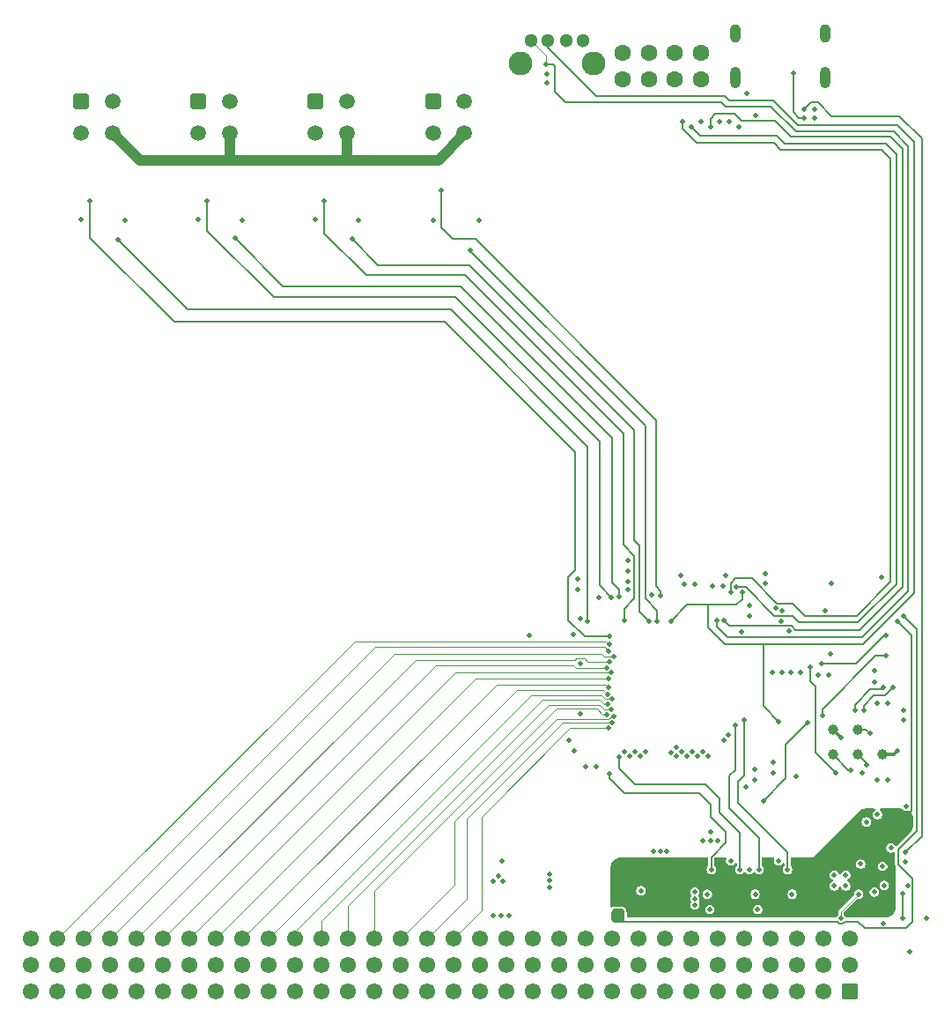
<source format=gbr>
%TF.GenerationSoftware,KiCad,Pcbnew,9.0.2-9.0.2-0~ubuntu24.04.1*%
%TF.CreationDate,2025-06-19T16:39:33+00:00*%
%TF.ProjectId,base-module,62617365-2d6d-46f6-9475-6c652e6b6963,1.1.1*%
%TF.SameCoordinates,Original*%
%TF.FileFunction,Copper,L4,Bot*%
%TF.FilePolarity,Positive*%
%FSLAX46Y46*%
G04 Gerber Fmt 4.6, Leading zero omitted, Abs format (unit mm)*
G04 Created by KiCad (PCBNEW 9.0.2-9.0.2-0~ubuntu24.04.1) date 2025-06-19 16:39:33*
%MOMM*%
%LPD*%
G01*
G04 APERTURE LIST*
G04 Aperture macros list*
%AMRoundRect*
0 Rectangle with rounded corners*
0 $1 Rounding radius*
0 $2 $3 $4 $5 $6 $7 $8 $9 X,Y pos of 4 corners*
0 Add a 4 corners polygon primitive as box body*
4,1,4,$2,$3,$4,$5,$6,$7,$8,$9,$2,$3,0*
0 Add four circle primitives for the rounded corners*
1,1,$1+$1,$2,$3*
1,1,$1+$1,$4,$5*
1,1,$1+$1,$6,$7*
1,1,$1+$1,$8,$9*
0 Add four rect primitives between the rounded corners*
20,1,$1+$1,$2,$3,$4,$5,0*
20,1,$1+$1,$4,$5,$6,$7,0*
20,1,$1+$1,$6,$7,$8,$9,0*
20,1,$1+$1,$8,$9,$2,$3,0*%
G04 Aperture macros list end*
%TA.AperFunction,ComponentPad*%
%ADD10RoundRect,0.250001X-0.499999X-0.499999X0.499999X-0.499999X0.499999X0.499999X-0.499999X0.499999X0*%
%TD*%
%TA.AperFunction,ComponentPad*%
%ADD11C,1.500000*%
%TD*%
%TA.AperFunction,ComponentPad*%
%ADD12C,1.600000*%
%TD*%
%TA.AperFunction,ComponentPad*%
%ADD13C,1.300000*%
%TD*%
%TA.AperFunction,ComponentPad*%
%ADD14C,2.286000*%
%TD*%
%TA.AperFunction,ComponentPad*%
%ADD15O,1.000000X2.100000*%
%TD*%
%TA.AperFunction,ComponentPad*%
%ADD16O,1.000000X1.800000*%
%TD*%
%TA.AperFunction,ComponentPad*%
%ADD17RoundRect,0.249999X0.525001X0.525001X-0.525001X0.525001X-0.525001X-0.525001X0.525001X-0.525001X0*%
%TD*%
%TA.AperFunction,ComponentPad*%
%ADD18C,1.550000*%
%TD*%
%TA.AperFunction,SMDPad,CuDef*%
%ADD19C,1.000000*%
%TD*%
%TA.AperFunction,ViaPad*%
%ADD20C,0.500000*%
%TD*%
%TA.AperFunction,Conductor*%
%ADD21C,0.300000*%
%TD*%
%TA.AperFunction,Conductor*%
%ADD22C,1.000000*%
%TD*%
%TA.AperFunction,Conductor*%
%ADD23C,0.150000*%
%TD*%
%TA.AperFunction,Conductor*%
%ADD24C,0.100000*%
%TD*%
G04 APERTURE END LIST*
D10*
%TO.P,J8,1,Pin_1*%
%TO.N,+12V_GPIO*%
X88670000Y-60470001D03*
D11*
%TO.P,J8,2,Pin_2*%
%TO.N,/GPIO connector 3/MOSFET power stage/output*%
X91670000Y-60470001D03*
%TO.P,J8,3,Pin_3*%
%TO.N,Net-(J8-Pin_3)*%
X88670000Y-63470001D03*
%TO.P,J8,4,Pin_4*%
%TO.N,+5V*%
X91670000Y-63470001D03*
%TD*%
D10*
%TO.P,J11,1,Pin_1*%
%TO.N,+12V_GPIO*%
X54870000Y-60470001D03*
D11*
%TO.P,J11,2,Pin_2*%
%TO.N,/GPIO connector 2/MOSFET power stage/output*%
X57870000Y-60470001D03*
%TO.P,J11,3,Pin_3*%
%TO.N,Net-(J11-Pin_3)*%
X54870000Y-63470001D03*
%TO.P,J11,4,Pin_4*%
%TO.N,+5V*%
X57870000Y-63470001D03*
%TD*%
D12*
%TO.P,LED300,1*%
%TO.N,Net-(LED300-Pad1)*%
X106863600Y-55785000D03*
%TO.P,LED300,2*%
%TO.N,GND*%
X109403600Y-55785000D03*
%TO.P,LED300,3*%
%TO.N,Net-(LED300-Pad3)*%
X106863600Y-58325000D03*
%TO.P,LED300,4*%
%TO.N,GND*%
X109403600Y-58325000D03*
%TD*%
D10*
%TO.P,J9,1,Pin_1*%
%TO.N,+12V_GPIO*%
X77370000Y-60470001D03*
D11*
%TO.P,J9,2,Pin_2*%
%TO.N,/GPIO connector 0/MOSFET power stage/output*%
X80370000Y-60470001D03*
%TO.P,J9,3,Pin_3*%
%TO.N,Net-(J9-Pin_3)*%
X77370000Y-63470001D03*
%TO.P,J9,4,Pin_4*%
%TO.N,+5V*%
X80370000Y-63470001D03*
%TD*%
D13*
%TO.P,BTN400,1*%
%TO.N,GND*%
X103079415Y-54584163D03*
%TO.P,BTN400,2*%
X101449415Y-54584163D03*
%TO.P,BTN400,3*%
%TO.N,/MCU/SWD.~{RST}*%
X99709415Y-54584163D03*
%TO.P,BTN400,4*%
%TO.N,/MCU/USR_BUTTON*%
X98079415Y-54584163D03*
D14*
%TO.P,BTN400,5*%
%TO.N,N/C*%
X104079415Y-56834163D03*
%TO.P,BTN400,6*%
X97079415Y-56834163D03*
%TD*%
D10*
%TO.P,J10,1,Pin_1*%
%TO.N,+12V_GPIO*%
X66120000Y-60470001D03*
D11*
%TO.P,J10,2,Pin_2*%
%TO.N,/GPIO connector 1/MOSFET power stage/output*%
X69120000Y-60470001D03*
%TO.P,J10,3,Pin_3*%
%TO.N,Net-(J10-Pin_3)*%
X66120000Y-63470001D03*
%TO.P,J10,4,Pin_4*%
%TO.N,+5V*%
X69120000Y-63470001D03*
%TD*%
D15*
%TO.P,J800,S1,SHIELD*%
%TO.N,Net-(J800-SHIELD)*%
X126370000Y-58140000D03*
D16*
X126370000Y-53960000D03*
D15*
X117730000Y-58140000D03*
D16*
X117730000Y-53960000D03*
%TD*%
D17*
%TO.P,J200,a1,a1*%
%TO.N,GND*%
X128740000Y-145975000D03*
D18*
%TO.P,J200,a2,a2*%
%TO.N,/Backplane/BACKPLANE.D+*%
X126200000Y-145975000D03*
%TO.P,J200,a3,a3*%
%TO.N,+5V_STDBY*%
X123660000Y-145975000D03*
%TO.P,J200,a4,a4*%
%TO.N,GND*%
X121120000Y-145975000D03*
%TO.P,J200,a5,a5*%
%TO.N,/Backplane/CAN1.+*%
X118580000Y-145975000D03*
%TO.P,J200,a6,a6*%
%TO.N,/Backplane/CAN1.-*%
X116040000Y-145975000D03*
%TO.P,J200,a7,a7*%
%TO.N,GND*%
X113500000Y-145975000D03*
%TO.P,J200,a8,a8*%
%TO.N,/Backplane/CAN2.+*%
X110960000Y-145975000D03*
%TO.P,J200,a9,a9*%
%TO.N,/Backplane/CAN2.-*%
X108420000Y-145975000D03*
%TO.P,J200,a10,a10*%
%TO.N,GND*%
X105880000Y-145975000D03*
%TO.P,J200,a11,a11*%
%TO.N,+12V*%
X103340000Y-145975000D03*
%TO.P,J200,a12,a12*%
X100800000Y-145975000D03*
%TO.P,J200,a13,a13*%
%TO.N,GND*%
X98260000Y-145975000D03*
%TO.P,J200,a14,a14*%
%TO.N,+24V*%
X95720000Y-145975000D03*
%TO.P,J200,a15,a15*%
%TO.N,GND*%
X93180000Y-145975000D03*
%TO.P,J200,a16,a16*%
%TO.N,/Backplane/GPIOL0*%
X90640000Y-145975000D03*
%TO.P,J200,a17,a17*%
%TO.N,/Backplane/GPIOL1*%
X88100000Y-145975000D03*
%TO.P,J200,a18,a18*%
%TO.N,/Backplane/GPIOL2*%
X85560000Y-145975000D03*
%TO.P,J200,a19,a19*%
%TO.N,/Backplane/GPIOL3*%
X83020000Y-145975000D03*
%TO.P,J200,a20,a20*%
%TO.N,/Backplane/GPIOL4*%
X80480000Y-145975000D03*
%TO.P,J200,a21,a21*%
%TO.N,/Backplane/GPIOL5*%
X77940000Y-145975000D03*
%TO.P,J200,a22,a22*%
%TO.N,/Backplane/GPIOL6*%
X75400000Y-145975000D03*
%TO.P,J200,a23,a23*%
%TO.N,/Backplane/GPIOL7*%
X72860000Y-145975000D03*
%TO.P,J200,a24,a24*%
%TO.N,/Backplane/GPIOL8*%
X70320000Y-145975000D03*
%TO.P,J200,a25,a25*%
%TO.N,/Backplane/GPIOL9*%
X67780000Y-145975000D03*
%TO.P,J200,a26,a26*%
%TO.N,/Backplane/GPIOL10*%
X65240000Y-145975000D03*
%TO.P,J200,a27,a27*%
%TO.N,/Backplane/GPIOL11*%
X62700000Y-145975000D03*
%TO.P,J200,a28,a28*%
%TO.N,/Backplane/GPIOL12*%
X60160000Y-145975000D03*
%TO.P,J200,a29,a29*%
%TO.N,/Backplane/GPIOL13*%
X57620000Y-145975000D03*
%TO.P,J200,a30,a30*%
%TO.N,/Backplane/GPIOL14*%
X55080000Y-145975000D03*
%TO.P,J200,a31,a31*%
%TO.N,/Backplane/GPIOL15*%
X52540000Y-145975000D03*
%TO.P,J200,a32,a32*%
%TO.N,GND*%
X50000000Y-145975000D03*
%TO.P,J200,b1,b1*%
X128740000Y-143435000D03*
%TO.P,J200,b2,b2*%
X126200000Y-143435000D03*
%TO.P,J200,b3,b3*%
%TO.N,+5V_STDBY*%
X123660000Y-143435000D03*
%TO.P,J200,b4,b4*%
%TO.N,GND*%
X121120000Y-143435000D03*
%TO.P,J200,b5,b5*%
%TO.N,/Backplane/CAN1.+*%
X118580000Y-143435000D03*
%TO.P,J200,b6,b6*%
%TO.N,/Backplane/CAN1.-*%
X116040000Y-143435000D03*
%TO.P,J200,b7,b7*%
%TO.N,GND*%
X113500000Y-143435000D03*
%TO.P,J200,b8,b8*%
%TO.N,/Backplane/CAN2.+*%
X110960000Y-143435000D03*
%TO.P,J200,b9,b9*%
%TO.N,/Backplane/CAN2.-*%
X108420000Y-143435000D03*
%TO.P,J200,b10,b10*%
%TO.N,GND*%
X105880000Y-143435000D03*
%TO.P,J200,b11,b11*%
%TO.N,+12V*%
X103340000Y-143435000D03*
%TO.P,J200,b12,b12*%
X100800000Y-143435000D03*
%TO.P,J200,b13,b13*%
%TO.N,GND*%
X98260000Y-143435000D03*
%TO.P,J200,b14,b14*%
%TO.N,+24V*%
X95720000Y-143435000D03*
%TO.P,J200,b15,b15*%
%TO.N,GND*%
X93180000Y-143435000D03*
%TO.P,J200,b16,b16*%
%TO.N,/Backplane/GPIOC0*%
X90640000Y-143435000D03*
%TO.P,J200,b17,b17*%
%TO.N,/Backplane/GPIOC1*%
X88100000Y-143435000D03*
%TO.P,J200,b18,b18*%
%TO.N,/Backplane/GPIOC2*%
X85560000Y-143435000D03*
%TO.P,J200,b19,b19*%
%TO.N,/Backplane/GPIOC3*%
X83020000Y-143435000D03*
%TO.P,J200,b20,b20*%
%TO.N,/Backplane/GPIOC4*%
X80480000Y-143435000D03*
%TO.P,J200,b21,b21*%
%TO.N,/Backplane/GPIOC5*%
X77940000Y-143435000D03*
%TO.P,J200,b22,b22*%
%TO.N,/Backplane/GPIOC6*%
X75400000Y-143435000D03*
%TO.P,J200,b23,b23*%
%TO.N,/Backplane/GPIOC7*%
X72860000Y-143435000D03*
%TO.P,J200,b24,b24*%
%TO.N,/Backplane/GPIOC8*%
X70320000Y-143435000D03*
%TO.P,J200,b25,b25*%
%TO.N,/Backplane/GPIOC9*%
X67780000Y-143435000D03*
%TO.P,J200,b26,b26*%
%TO.N,/Backplane/GPIOC10*%
X65240000Y-143435000D03*
%TO.P,J200,b27,b27*%
%TO.N,/Backplane/GPIOC11*%
X62700000Y-143435000D03*
%TO.P,J200,b28,b28*%
%TO.N,/Backplane/GPIOC12*%
X60160000Y-143435000D03*
%TO.P,J200,b29,b29*%
%TO.N,/Backplane/GPIOC13*%
X57620000Y-143435000D03*
%TO.P,J200,b30,b30*%
%TO.N,/Backplane/GPIOC14*%
X55080000Y-143435000D03*
%TO.P,J200,b31,b31*%
%TO.N,/Backplane/GPIOC15*%
X52540000Y-143435000D03*
%TO.P,J200,b32,b32*%
%TO.N,GND*%
X50000000Y-143435000D03*
%TO.P,J200,c1,c1*%
X128740000Y-140895000D03*
%TO.P,J200,c2,c2*%
%TO.N,/Backplane/BACKPLANE.D-*%
X126200000Y-140895000D03*
%TO.P,J200,c3,c3*%
%TO.N,+5V_STDBY*%
X123660000Y-140895000D03*
%TO.P,J200,c4,c4*%
%TO.N,GND*%
X121120000Y-140895000D03*
%TO.P,J200,c5,c5*%
%TO.N,/Backplane/CAN1.+*%
X118580000Y-140895000D03*
%TO.P,J200,c6,c6*%
%TO.N,/Backplane/CAN1.-*%
X116040000Y-140895000D03*
%TO.P,J200,c7,c7*%
%TO.N,GND*%
X113500000Y-140895000D03*
%TO.P,J200,c8,c8*%
%TO.N,/Backplane/CAN2.+*%
X110960000Y-140895000D03*
%TO.P,J200,c9,c9*%
%TO.N,/Backplane/CAN2.-*%
X108420000Y-140895000D03*
%TO.P,J200,c10,c10*%
%TO.N,GND*%
X105880000Y-140895000D03*
%TO.P,J200,c11,c11*%
%TO.N,+12V*%
X103340000Y-140895000D03*
%TO.P,J200,c12,c12*%
X100800000Y-140895000D03*
%TO.P,J200,c13,c13*%
%TO.N,GND*%
X98260000Y-140895000D03*
%TO.P,J200,c14,c14*%
%TO.N,+24V*%
X95720000Y-140895000D03*
%TO.P,J200,c15,c15*%
%TO.N,GND*%
X93180000Y-140895000D03*
%TO.P,J200,c16,c16*%
%TO.N,/Backplane/GPIOR0*%
X90640000Y-140895000D03*
%TO.P,J200,c17,c17*%
%TO.N,/Backplane/GPIOR1*%
X88100000Y-140895000D03*
%TO.P,J200,c18,c18*%
%TO.N,/Backplane/GPIOR2*%
X85560000Y-140895000D03*
%TO.P,J200,c19,c19*%
%TO.N,/Backplane/GPIOR3*%
X83020000Y-140895000D03*
%TO.P,J200,c20,c20*%
%TO.N,/Backplane/GPIOR4*%
X80480000Y-140895000D03*
%TO.P,J200,c21,c21*%
%TO.N,/Backplane/GPIOR5*%
X77940000Y-140895000D03*
%TO.P,J200,c22,c22*%
%TO.N,/Backplane/GPIOR6*%
X75400000Y-140895000D03*
%TO.P,J200,c23,c23*%
%TO.N,/Backplane/GPIOR7*%
X72860000Y-140895000D03*
%TO.P,J200,c24,c24*%
%TO.N,/Backplane/GPIOR8*%
X70320000Y-140895000D03*
%TO.P,J200,c25,c25*%
%TO.N,/Backplane/GPIOR9*%
X67780000Y-140895000D03*
%TO.P,J200,c26,c26*%
%TO.N,/Backplane/GPIOR10*%
X65240000Y-140895000D03*
%TO.P,J200,c27,c27*%
%TO.N,/Backplane/GPIOR11*%
X62700000Y-140895000D03*
%TO.P,J200,c28,c28*%
%TO.N,/Backplane/GPIOR12*%
X60160000Y-140895000D03*
%TO.P,J200,c29,c29*%
%TO.N,/Backplane/GPIOR13*%
X57620000Y-140895000D03*
%TO.P,J200,c30,c30*%
%TO.N,/Backplane/GPIOR14*%
X55080000Y-140895000D03*
%TO.P,J200,c31,c31*%
%TO.N,/Backplane/GPIOR15*%
X52540000Y-140895000D03*
%TO.P,J200,c32,c32*%
%TO.N,GND*%
X50000000Y-140895000D03*
%TD*%
D12*
%TO.P,LED301,1*%
%TO.N,Net-(LED301-Pad1)*%
X111913600Y-55785000D03*
%TO.P,LED301,2*%
%TO.N,GND*%
X114453600Y-55785000D03*
%TO.P,LED301,3*%
%TO.N,Net-(LED301-Pad3)*%
X111913600Y-58325000D03*
%TO.P,LED301,4*%
%TO.N,GND*%
X114453600Y-58325000D03*
%TD*%
D19*
%TO.P,TP704,1,1*%
%TO.N,/ST-LINK/DIO*%
X127100000Y-123175000D03*
%TD*%
%TO.P,TP706,1,1*%
%TO.N,GND*%
X131900000Y-123175000D03*
%TD*%
%TO.P,TP703,1,1*%
%TO.N,/ST-LINK/STLINK-BOOT0*%
X129500000Y-120775000D03*
%TD*%
%TO.P,TP702,1,1*%
%TO.N,+3V3*%
X127100000Y-120775000D03*
%TD*%
%TO.P,TP705,1,1*%
%TO.N,/ST-LINK/CLK*%
X129500000Y-123175000D03*
%TD*%
D20*
%TO.N,+3V3*%
X115300000Y-138075000D03*
X99598400Y-58685001D03*
X131350000Y-125625000D03*
X121325000Y-115325000D03*
X121662040Y-109139790D03*
X104325000Y-124400000D03*
X120590000Y-106765000D03*
X115350000Y-131500000D03*
X132050000Y-135775000D03*
X131800000Y-106175000D03*
X131400000Y-128975000D03*
X133950000Y-118922500D03*
X114650000Y-131500000D03*
X115350000Y-130625000D03*
X107442000Y-107343001D03*
X121350000Y-124927500D03*
X127900000Y-121575000D03*
X125700000Y-115575000D03*
X131350000Y-118275000D03*
X124000000Y-115300000D03*
X122225000Y-109375000D03*
X115575000Y-107050000D03*
X101700000Y-121825000D03*
X107442000Y-104549001D03*
X119900000Y-138075000D03*
X116025000Y-131500000D03*
X112825000Y-106875000D03*
X119625000Y-124600000D03*
X114450000Y-62375000D03*
X122174000Y-110375000D03*
X102133531Y-111641425D03*
X102624000Y-106327001D03*
%TO.N,GND*%
X99598400Y-57785001D03*
X129900000Y-124961216D03*
X128350000Y-134775000D03*
X77370000Y-71785000D03*
X109870720Y-132521542D03*
X134470000Y-142162501D03*
X127250000Y-134775000D03*
X116250000Y-62375000D03*
X132350000Y-125625000D03*
X113850000Y-136425000D03*
X107442000Y-106581001D03*
X118364000Y-111407001D03*
X102624000Y-107343001D03*
X130325000Y-129675000D03*
X110520720Y-132521542D03*
X108650000Y-136275000D03*
X102850000Y-119275000D03*
X119126000Y-109883001D03*
X115050000Y-136625000D03*
X121350000Y-123927500D03*
X116825000Y-106025000D03*
X119625000Y-125600000D03*
X126375000Y-109375000D03*
X126900000Y-113525000D03*
X131150000Y-116225000D03*
X112525000Y-106025000D03*
X66120000Y-71785000D03*
X97900000Y-111775000D03*
X70295000Y-71885001D03*
X113850000Y-137675000D03*
X94450000Y-138675000D03*
X116575000Y-107050000D03*
X128350000Y-135825000D03*
X118750000Y-126325000D03*
X134150000Y-128175000D03*
X131900000Y-133925000D03*
X126950000Y-106725000D03*
X119100000Y-134275000D03*
X111170720Y-132521542D03*
X107442000Y-105565001D03*
X122200000Y-115275000D03*
X81545000Y-71885001D03*
X117150000Y-62375000D03*
X131150000Y-115125000D03*
X119670000Y-61785001D03*
X133300000Y-122825000D03*
X118050000Y-62925000D03*
X133950000Y-119922500D03*
X134100000Y-133525000D03*
X134300000Y-135775000D03*
X109728000Y-107851001D03*
X88670000Y-71885001D03*
X54870000Y-71785000D03*
X113825000Y-106875000D03*
X119126000Y-108867001D03*
X121900000Y-133425000D03*
X118850000Y-59675000D03*
X93070000Y-71885001D03*
X102868898Y-114435000D03*
X103325000Y-124400000D03*
X102870000Y-110137001D03*
X104648000Y-108105001D03*
X117300000Y-133425000D03*
X120590000Y-105865000D03*
X129800000Y-133725000D03*
X95953492Y-138663288D03*
X127250000Y-135825000D03*
X131100000Y-136425000D03*
X99850000Y-134671508D03*
X95200000Y-138675000D03*
X99850000Y-135971508D03*
X136150000Y-138925000D03*
X102225000Y-122850000D03*
X126700000Y-115575000D03*
X123200000Y-136625000D03*
X131950000Y-139425000D03*
X113850000Y-137075000D03*
X125350000Y-62025000D03*
X125350000Y-61225000D03*
X123550000Y-125325000D03*
X132700000Y-132175000D03*
X122936000Y-111325000D03*
X99850000Y-135321508D03*
X123100000Y-115275000D03*
X59045000Y-71885001D03*
X95300000Y-133425000D03*
X132350000Y-118275000D03*
X119650000Y-136625000D03*
%TO.N,+5V*%
X106125000Y-137025000D03*
X134150000Y-129075000D03*
X116300000Y-133425000D03*
X84670000Y-66085001D03*
X106775000Y-136325000D03*
X133300000Y-110375000D03*
X86470000Y-66085001D03*
X131100000Y-135525001D03*
X106775000Y-137025000D03*
X126200000Y-137025000D03*
X106125000Y-136325000D03*
X120900000Y-133425000D03*
X83770000Y-66085001D03*
X85570000Y-66085001D03*
%TO.N,/ST-LINK/LED*%
X124950000Y-114800000D03*
X127400000Y-124950000D03*
%TO.N,/ST-LINK/STLINK-BOOT0*%
X130675000Y-121175000D03*
%TO.N,/ST-LINK/DIO*%
X128875000Y-124675000D03*
%TO.N,/ST-LINK/CLK*%
X130350000Y-124175000D03*
%TO.N,+12V_FUSED*%
X94451270Y-135361059D03*
X133950000Y-109925000D03*
X106125000Y-139025000D03*
X106125000Y-138325000D03*
X106775000Y-138325000D03*
X95375000Y-135375000D03*
X106775000Y-139025000D03*
X94950000Y-134875000D03*
%TO.N,/ST-LINK/STLINK_RX*%
X126100000Y-119500000D03*
X132200000Y-113725000D03*
%TO.N,/USB/VBUS_IN*%
X124350000Y-61225000D03*
X134050000Y-132625000D03*
%TO.N,/ST-LINK/STLINK_TX*%
X132200000Y-111725000D03*
X126075000Y-114450000D03*
%TO.N,/MCU/USR_BUTTON*%
X115975000Y-110350000D03*
X99538600Y-56899202D03*
%TO.N,/MCU/SWD.~{RST}*%
X111575001Y-110375000D03*
X121900000Y-120045000D03*
X118377238Y-107645000D03*
%TO.N,Net-(U302-PGANG)*%
X129600000Y-136625000D03*
X127900000Y-138925000D03*
%TO.N,Net-(U700-PA5)*%
X124700000Y-120175000D03*
X120425000Y-127650000D03*
%TO.N,Net-(U700-PC13)*%
X130100000Y-118925000D03*
X132900000Y-116775000D03*
%TO.N,Net-(U700-PC14)*%
X129225000Y-118925000D03*
X131950000Y-116775000D03*
%TO.N,/Backplane/GPIOL5*%
X113575000Y-122950001D03*
%TO.N,/Backplane/GPIOL3*%
X114575000Y-122950001D03*
%TO.N,/Backplane/GPIOL6*%
X113075000Y-123395001D03*
%TO.N,/Backplane/GPIOR8*%
X105570000Y-116735001D03*
%TO.N,/Backplane/GPIOL2*%
X115075000Y-123395001D03*
%TO.N,/Backplane/GPIOR0*%
X105521732Y-120686227D03*
%TO.N,/Backplane/GPIOR3*%
X105411209Y-119351210D03*
%TO.N,/Backplane/GPIOR15*%
X105599863Y-112626890D03*
%TO.N,/Backplane/GPIOL10*%
X112076076Y-122533374D03*
%TO.N,/Backplane/GPIOL12*%
X108575000Y-123395001D03*
%TO.N,/Backplane/GPIOR5*%
X105436807Y-118350051D03*
%TO.N,/Backplane/GPIOR2*%
X106039705Y-119517031D03*
%TO.N,/Backplane/GPIOL9*%
X111550000Y-123015001D03*
%TO.N,/Backplane/GPIOL0*%
X117095000Y-121350000D03*
%TO.N,/Backplane/GPIOL14*%
X107575000Y-123395001D03*
%TO.N,/Backplane/GPIOL11*%
X109075000Y-122950001D03*
%TO.N,/Backplane/GPIOL8*%
X112099635Y-123393319D03*
%TO.N,/Backplane/GPIOR6*%
X105879816Y-117874398D03*
%TO.N,/Backplane/GPIOR1*%
X105887633Y-120148994D03*
%TO.N,/Backplane/GPIOR11*%
X105350696Y-114855906D03*
%TO.N,/Backplane/GPIOL15*%
X107075000Y-122950001D03*
%TO.N,/Backplane/GPIOR4*%
X105839747Y-118862478D03*
%TO.N,/Backplane/GPIOL13*%
X108075000Y-122950001D03*
%TO.N,/Backplane/GPIOL7*%
X112575000Y-122950001D03*
%TO.N,/Backplane/GPIOR9*%
X105516564Y-115923270D03*
%TO.N,/Backplane/GPIOR10*%
X105792013Y-115334516D03*
%TO.N,/Backplane/GPIOR12*%
X105615709Y-114262383D03*
%TO.N,/Backplane/GPIOL4*%
X114075000Y-123395001D03*
%TO.N,/Backplane/GPIOL1*%
X116650000Y-121850000D03*
%TO.N,/Backplane/GPIOR7*%
X105438686Y-117397003D03*
%TO.N,/Backplane/GPIOR13*%
X106028748Y-113754668D03*
%TO.N,/Backplane/GPIOR14*%
X105588145Y-113276784D03*
%TO.N,/CAN transceiver 1/CAN.TX*%
X122775000Y-134250000D03*
X118550000Y-119850000D03*
%TO.N,/CAN transceiver 1/CAN.RX*%
X117700000Y-120375000D03*
X120025000Y-134250000D03*
%TO.N,/CAN transceiver 2/CAN.TX*%
X118175000Y-134250000D03*
X106575000Y-123400000D03*
%TO.N,/CAN transceiver 2/CAN.RX*%
X105650000Y-125035001D03*
X115425000Y-134250000D03*
%TO.N,/USB/CC1*%
X123300000Y-57725000D03*
X124350000Y-62025000D03*
%TO.N,Net-(U801-~{OE})*%
X133850000Y-136575000D03*
X133850000Y-138925000D03*
%TO.N,/MCU/USER_LED_1*%
X113550000Y-62925000D03*
X117850000Y-107125000D03*
%TO.N,/MCU/USER_LED_2*%
X117300000Y-107625000D03*
X112650000Y-62375000D03*
%TO.N,/MCU/STATUS_LED*%
X115350000Y-62925000D03*
X116675000Y-110350000D03*
%TO.N,/GPIO connector 1/input*%
X66970000Y-69985001D03*
X105845000Y-108085001D03*
%TO.N,/GPIO connector 0/input*%
X107074999Y-110335001D03*
X78220000Y-69985001D03*
%TO.N,/GPIO connector 2/input*%
X55720000Y-69985001D03*
X105600000Y-111820512D03*
%TO.N,/GPIO connector 3/input*%
X110570000Y-107985001D03*
X89470000Y-68985001D03*
%TO.N,/GPIO connector 3/output*%
X92270000Y-74785001D03*
X110220000Y-110385001D03*
%TO.N,/GPIO connector 0/output*%
X109445000Y-110385001D03*
X80870000Y-73685001D03*
%TO.N,/GPIO connector 2/output*%
X103545000Y-110360001D03*
X58370000Y-73735001D03*
%TO.N,/GPIO connector 1/output*%
X69620000Y-73560001D03*
X106575000Y-108060001D03*
%TD*%
D21*
%TO.N,+3V3*%
X127900000Y-121575000D02*
X127100000Y-120775000D01*
%TO.N,GND*%
X133300000Y-122825000D02*
X132950000Y-123175000D01*
X132950000Y-123175000D02*
X131900000Y-123175000D01*
D22*
%TO.N,+5V*%
X91670000Y-63585001D02*
X91670000Y-63470001D01*
X60485000Y-66085001D02*
X89170000Y-66085001D01*
X69120000Y-66085001D02*
X69120000Y-63470001D01*
D23*
X133300000Y-110375000D02*
X134650000Y-111725000D01*
D22*
X80370000Y-66085001D02*
X80370000Y-63470001D01*
D23*
X134650000Y-111725000D02*
X134650000Y-128575000D01*
X134650000Y-128575000D02*
X134150000Y-129075000D01*
D22*
X57870000Y-63470001D02*
X60485000Y-66085001D01*
X89170000Y-66085001D02*
X91670000Y-63585001D01*
D23*
%TO.N,/ST-LINK/LED*%
X124950000Y-116125000D02*
X125450000Y-116625000D01*
X125450000Y-123000000D02*
X127400000Y-124950000D01*
X124950000Y-114800000D02*
X124950000Y-116125000D01*
X125450000Y-116625000D02*
X125450000Y-123000000D01*
%TO.N,/ST-LINK/STLINK-BOOT0*%
X130275000Y-120775000D02*
X129500000Y-120775000D01*
X130675000Y-121175000D02*
X130275000Y-120775000D01*
%TO.N,/ST-LINK/DIO*%
X128875000Y-124675000D02*
X128600000Y-124675000D01*
X128600000Y-124675000D02*
X127100000Y-123175000D01*
%TO.N,/ST-LINK/CLK*%
X130350000Y-124175000D02*
X130350000Y-124025000D01*
X130350000Y-124025000D02*
X129500000Y-123175000D01*
%TO.N,+12V_FUSED*%
X127536541Y-139233293D02*
X106983293Y-139233293D01*
X133370000Y-132355000D02*
X133370000Y-133745000D01*
X134775000Y-135150000D02*
X134775000Y-135971752D01*
X133370000Y-133745000D02*
X134775000Y-135150000D01*
X134770000Y-135976752D02*
X134770000Y-139285001D01*
X135150000Y-130575000D02*
X133370000Y-132355000D01*
X105900000Y-139025000D02*
X106125000Y-139025000D01*
X134770000Y-139285001D02*
X134155001Y-139900000D01*
X128263459Y-139233293D02*
X128096752Y-139400000D01*
X128096752Y-139400000D02*
X127703248Y-139400000D01*
X133950000Y-109925000D02*
X135150000Y-111125000D01*
X134775000Y-135971752D02*
X134770000Y-135976752D01*
X135150000Y-111125000D02*
X135150000Y-130575000D01*
X127703248Y-139400000D02*
X127536541Y-139233293D01*
X130184999Y-139900000D02*
X129518292Y-139233293D01*
X134155001Y-139900000D02*
X130184999Y-139900000D01*
X129518292Y-139233293D02*
X128263459Y-139233293D01*
X106983293Y-139233293D02*
X106775000Y-139025000D01*
%TO.N,/ST-LINK/STLINK_RX*%
X131225000Y-113725000D02*
X126100000Y-118850000D01*
X126100000Y-118850000D02*
X126100000Y-119500000D01*
X132200000Y-113725000D02*
X131225000Y-113725000D01*
%TO.N,/USB/VBUS_IN*%
X125037500Y-60537500D02*
X124350000Y-61225000D01*
X133475000Y-61850000D02*
X127000000Y-61850000D01*
X135650000Y-131025000D02*
X135650000Y-64025000D01*
X134050000Y-132625000D02*
X135650000Y-131025000D01*
X135650000Y-64025000D02*
X133475000Y-61850000D01*
X125687500Y-60537500D02*
X125037500Y-60537500D01*
X127000000Y-61850000D02*
X125687500Y-60537500D01*
%TO.N,/ST-LINK/STLINK_TX*%
X132200000Y-111725000D02*
X132050000Y-111725000D01*
X129325000Y-114450000D02*
X126075000Y-114450000D01*
X132050000Y-111725000D02*
X129325000Y-114450000D01*
%TO.N,/MCU/USR_BUTTON*%
X100370000Y-59485001D02*
X100370000Y-57085001D01*
X134325000Y-64725000D02*
X132950000Y-63350000D01*
X134325000Y-107500000D02*
X134325000Y-64725000D01*
X121150000Y-60950000D02*
X116850000Y-60950000D01*
D24*
X99538600Y-56033600D02*
X98080000Y-54575000D01*
D23*
X100370000Y-57085001D02*
X100184201Y-56899202D01*
D24*
X99538600Y-56899202D02*
X99538600Y-56033600D01*
D23*
X101409999Y-60525000D02*
X100370000Y-59485001D01*
X132950000Y-63350000D02*
X123550000Y-63350000D01*
X123550000Y-63350000D02*
X121150000Y-60950000D01*
X115975000Y-110950000D02*
X116950000Y-111925000D01*
X116850000Y-60950000D02*
X116425000Y-60525000D01*
X116950000Y-111925000D02*
X129900000Y-111925000D01*
X100184201Y-56899202D02*
X99538600Y-56899202D01*
X129900000Y-111925000D02*
X134325000Y-107500000D01*
X115975000Y-110350000D02*
X115975000Y-110950000D01*
X116425000Y-60525000D02*
X101409999Y-60525000D01*
%TO.N,/MCU/SWD.~{RST}*%
X133300000Y-62725000D02*
X134925000Y-64350000D01*
X99710000Y-54575000D02*
X99710000Y-55260000D01*
X116700000Y-112625000D02*
X115100000Y-111025000D01*
X104375000Y-59925000D02*
X116700000Y-59925000D01*
X117150000Y-60375000D02*
X121375000Y-60375000D01*
X120420000Y-118565000D02*
X121900000Y-120045000D01*
X115100000Y-108825000D02*
X113125001Y-108825000D01*
X123725000Y-62725000D02*
X133300000Y-62725000D01*
X117830001Y-108825000D02*
X115100000Y-108825000D01*
X99710000Y-55260000D02*
X104375000Y-59925000D01*
X134925000Y-107725000D02*
X130025000Y-112625000D01*
X130025000Y-112625000D02*
X120420000Y-112625000D01*
X116700000Y-59925000D02*
X117150000Y-60375000D01*
X115100000Y-111025000D02*
X115100000Y-108825000D01*
X118377238Y-108277763D02*
X117830001Y-108825000D01*
X118377238Y-107645000D02*
X118377238Y-108277763D01*
X120420000Y-112625000D02*
X116700000Y-112625000D01*
X121375000Y-60375000D02*
X123725000Y-62725000D01*
X113125001Y-108825000D02*
X111575001Y-110375000D01*
X134925000Y-64350000D02*
X134925000Y-107725000D01*
X120420000Y-112625000D02*
X120420000Y-118565000D01*
D24*
%TO.N,Net-(U302-PGANG)*%
X127900000Y-138325000D02*
X129600000Y-136625000D01*
X127900000Y-138925000D02*
X127900000Y-138325000D01*
D23*
%TO.N,Net-(U700-PA5)*%
X120425000Y-127650000D02*
X122600000Y-125475000D01*
X122600000Y-125475000D02*
X122600000Y-122275000D01*
X122600000Y-122275000D02*
X124700000Y-120175000D01*
%TO.N,Net-(U700-PC13)*%
X130100000Y-118500000D02*
X130100000Y-118925000D01*
X132900000Y-116775000D02*
X132150000Y-117525000D01*
X132150000Y-117525000D02*
X131075000Y-117525000D01*
X131075000Y-117525000D02*
X130100000Y-118500000D01*
%TO.N,Net-(U700-PC14)*%
X131800000Y-116925000D02*
X130725736Y-116925000D01*
X129225000Y-118425736D02*
X129225000Y-118925000D01*
X131950000Y-116775000D02*
X131800000Y-116925000D01*
X130725736Y-116925000D02*
X129225000Y-118425736D01*
D24*
%TO.N,/Backplane/GPIOR8*%
X94754999Y-116460001D02*
X105295000Y-116460001D01*
X105295000Y-116460001D02*
X105570000Y-116735001D01*
X70320000Y-140895000D02*
X94754999Y-116460001D01*
%TO.N,/Backplane/GPIOR0*%
X93345000Y-138190000D02*
X93345000Y-129185001D01*
X90640000Y-140895000D02*
X93345000Y-138190000D01*
X93345000Y-129185001D02*
X101843774Y-120686227D01*
X101843774Y-120686227D02*
X105521732Y-120686227D01*
%TO.N,/Backplane/GPIOR3*%
X105411209Y-119351210D02*
X104986209Y-119351210D01*
X83020000Y-136335001D02*
X83020000Y-140895000D01*
X104986209Y-119351210D02*
X104458999Y-118824000D01*
X100531001Y-118824000D02*
X83020000Y-136335001D01*
X104458999Y-118824000D02*
X100531001Y-118824000D01*
%TO.N,/Backplane/GPIOR15*%
X105282974Y-112310001D02*
X81124999Y-112310001D01*
X105599863Y-112626890D02*
X105282974Y-112310001D01*
X81124999Y-112310001D02*
X52540000Y-140895000D01*
%TO.N,/Backplane/GPIOR5*%
X105436807Y-118350051D02*
X105153964Y-118350051D01*
X105153964Y-118350051D02*
X104738914Y-117935001D01*
X104738914Y-117935001D02*
X99220000Y-117935001D01*
X77940000Y-139215001D02*
X77940000Y-140895000D01*
X99220000Y-117935001D02*
X77940000Y-139215001D01*
%TO.N,/Backplane/GPIOR2*%
X90770000Y-129610001D02*
X100570000Y-119810001D01*
X85560000Y-140895000D02*
X90770000Y-135685000D01*
X90770000Y-135685000D02*
X90770000Y-129610001D01*
X100570000Y-119810001D02*
X105590229Y-119810001D01*
X105590229Y-119810001D02*
X105883199Y-119517031D01*
X105883199Y-119517031D02*
X106039705Y-119517031D01*
%TO.N,/Backplane/GPIOR6*%
X105625497Y-117848003D02*
X105738499Y-117735001D01*
X75400000Y-140895000D02*
X75400000Y-140205001D01*
X105740419Y-117735001D02*
X105879816Y-117874398D01*
X75400000Y-140205001D02*
X98120000Y-117485001D01*
X105251875Y-117848003D02*
X105625497Y-117848003D01*
X104888873Y-117485001D02*
X105251875Y-117848003D01*
X105738499Y-117735001D02*
X105740419Y-117735001D01*
X98120000Y-117485001D02*
X104888873Y-117485001D01*
%TO.N,/Backplane/GPIOR1*%
X91920000Y-137075000D02*
X91920000Y-129335001D01*
X88100000Y-140895000D02*
X91920000Y-137075000D01*
X91920000Y-129335001D02*
X101106007Y-120148994D01*
X101106007Y-120148994D02*
X105887633Y-120148994D01*
%TO.N,/Backplane/GPIOR11*%
X102170000Y-114660001D02*
X88934999Y-114660001D01*
X105320602Y-114886000D02*
X102395999Y-114886000D01*
X105350696Y-114855906D02*
X105320602Y-114886000D01*
X102395999Y-114886000D02*
X102170000Y-114660001D01*
X88934999Y-114660001D02*
X62700000Y-140895000D01*
%TO.N,/Backplane/GPIOR4*%
X105097477Y-118862478D02*
X105839747Y-118862478D01*
X80480000Y-137775001D02*
X99770000Y-118485001D01*
X80480000Y-140895000D02*
X80480000Y-137775001D01*
X104720000Y-118485001D02*
X105097477Y-118862478D01*
X99770000Y-118485001D02*
X104720000Y-118485001D01*
%TO.N,/Backplane/GPIOR9*%
X92751730Y-115923270D02*
X105516564Y-115923270D01*
X67780000Y-140895000D02*
X92751730Y-115923270D01*
%TO.N,/Backplane/GPIOR10*%
X65240000Y-140895000D02*
X90800484Y-115334516D01*
X90800484Y-115334516D02*
X105792013Y-115334516D01*
%TO.N,/Backplane/GPIOR12*%
X60160000Y-140895000D02*
X86969999Y-114085001D01*
X102445000Y-113960001D02*
X103245000Y-113960001D01*
X103547382Y-114262383D02*
X105615709Y-114262383D01*
X103245000Y-113960001D02*
X103547382Y-114262383D01*
X86969999Y-114085001D02*
X102320000Y-114085001D01*
X102320000Y-114085001D02*
X102445000Y-113960001D01*
%TO.N,/Backplane/GPIOR7*%
X105076684Y-117035001D02*
X105438686Y-117397003D01*
X96719999Y-117035001D02*
X105076684Y-117035001D01*
X72860000Y-140895000D02*
X96719999Y-117035001D01*
%TO.N,/Backplane/GPIOR13*%
X105139667Y-113754668D02*
X104895000Y-113510001D01*
X85004999Y-113510001D02*
X57620000Y-140895000D01*
X104895000Y-113510001D02*
X85004999Y-113510001D01*
X106028748Y-113754668D02*
X105139667Y-113754668D01*
%TO.N,/Backplane/GPIOR14*%
X55080000Y-140895000D02*
X83114999Y-112860001D01*
X83114999Y-112860001D02*
X105171362Y-112860001D01*
X105171362Y-112860001D02*
X105588145Y-113276784D01*
D23*
%TO.N,/CAN transceiver 1/CAN.TX*%
X122775000Y-132600000D02*
X122775000Y-134250000D01*
X118550000Y-125225000D02*
X118000000Y-125775000D01*
X118000000Y-127825000D02*
X122775000Y-132600000D01*
X118000000Y-125775000D02*
X118000000Y-127825000D01*
X118550000Y-119850000D02*
X118550000Y-125225000D01*
%TO.N,/CAN transceiver 1/CAN.RX*%
X117150000Y-125225000D02*
X117150000Y-128325000D01*
X117700000Y-124675000D02*
X117150000Y-125225000D01*
X117150000Y-128325000D02*
X120025000Y-131200000D01*
X117700000Y-120375000D02*
X117700000Y-124675000D01*
X120025000Y-131200000D02*
X120025000Y-134250000D01*
%TO.N,/CAN transceiver 2/CAN.TX*%
X116250000Y-127425000D02*
X114850000Y-126025000D01*
X108100000Y-126025000D02*
X106575000Y-124500000D01*
X118175000Y-134250000D02*
X118175000Y-130700000D01*
X116250000Y-128775000D02*
X116250000Y-127425000D01*
X118175000Y-130700000D02*
X116250000Y-128775000D01*
X106575000Y-124500000D02*
X106575000Y-123400000D01*
X114850000Y-126025000D02*
X108100000Y-126025000D01*
%TO.N,/CAN transceiver 2/CAN.RX*%
X105650000Y-125262677D02*
X105633838Y-125278839D01*
X105633838Y-125458838D02*
X107050000Y-126875000D01*
X115350000Y-129225000D02*
X116800000Y-130675000D01*
X105633838Y-125278839D02*
X105633838Y-125458838D01*
X107050000Y-126875000D02*
X114250000Y-126875000D01*
X105650000Y-125035001D02*
X105650000Y-125262677D01*
X116800000Y-130675000D02*
X116800000Y-131675000D01*
X115350000Y-127975000D02*
X115350000Y-129225000D01*
X115425000Y-133050000D02*
X115425000Y-134250000D01*
X114250000Y-126875000D02*
X115350000Y-127975000D01*
X116800000Y-131675000D02*
X115425000Y-133050000D01*
%TO.N,/USB/CC1*%
X123850000Y-62025000D02*
X123300000Y-61475000D01*
X123300000Y-61475000D02*
X123300000Y-57725000D01*
X124350000Y-62025000D02*
X123850000Y-62025000D01*
%TO.N,Net-(U801-~{OE})*%
X133850000Y-138925000D02*
X133850000Y-136575000D01*
%TO.N,/MCU/USER_LED_1*%
X122499999Y-64475000D02*
X132200000Y-64475000D01*
X113550000Y-62925000D02*
X114350000Y-63725000D01*
X121749999Y-63725000D02*
X122499999Y-64475000D01*
X129550000Y-110525000D02*
X123872000Y-110525000D01*
X132200000Y-64475000D02*
X133225000Y-65500000D01*
X123872000Y-110525000D02*
X123222000Y-109875000D01*
X133225000Y-65500000D02*
X133225000Y-106850000D01*
X121500000Y-109875000D02*
X118750000Y-107125000D01*
X114350000Y-63725000D02*
X121749999Y-63725000D01*
X123222000Y-109875000D02*
X121500000Y-109875000D01*
X133225000Y-106850000D02*
X129550000Y-110525000D01*
X118750000Y-107125000D02*
X117850000Y-107125000D01*
%TO.N,/MCU/USER_LED_2*%
X117767499Y-106285001D02*
X119370000Y-106285001D01*
X119370000Y-106285001D02*
X121759999Y-108675000D01*
X117300000Y-107625000D02*
X117300000Y-106752500D01*
X132650000Y-106600000D02*
X132650000Y-65925000D01*
X122079999Y-65075000D02*
X121429999Y-64425000D01*
X117300000Y-106752500D02*
X117767499Y-106285001D01*
X129400000Y-109850000D02*
X132650000Y-106600000D01*
X121759999Y-108675000D02*
X123257000Y-108675000D01*
X131800000Y-65075000D02*
X122079999Y-65075000D01*
X112650000Y-63100000D02*
X112650000Y-62375000D01*
X121429999Y-64425000D02*
X113975000Y-64425000D01*
X123257000Y-108675000D02*
X124432000Y-109850000D01*
X132650000Y-65925000D02*
X131800000Y-65075000D01*
X113975000Y-64425000D02*
X112650000Y-63100000D01*
X124432000Y-109850000D02*
X129400000Y-109850000D01*
%TO.N,/MCU/STATUS_LED*%
X129700000Y-111225000D02*
X123539000Y-111225000D01*
X117175000Y-110850000D02*
X116675000Y-110350000D01*
X133800000Y-65025000D02*
X133800000Y-107125000D01*
X115350000Y-62100000D02*
X115800000Y-61650000D01*
X123075000Y-63875000D02*
X132650000Y-63875000D01*
X123539000Y-111225000D02*
X123164000Y-110850000D01*
X121545001Y-62345001D02*
X123075000Y-63875000D01*
X132650000Y-63875000D02*
X133800000Y-65025000D01*
X115800000Y-61650000D02*
X117675000Y-61650000D01*
X133800000Y-107125000D02*
X129700000Y-111225000D01*
X117675000Y-61650000D02*
X118370001Y-62345001D01*
X118370001Y-62345001D02*
X121545001Y-62345001D01*
X115350000Y-62925000D02*
X115350000Y-62100000D01*
X123164000Y-110850000D02*
X117175000Y-110850000D01*
%TO.N,/GPIO connector 1/input*%
X90845000Y-79285001D02*
X73394322Y-79285001D01*
X104670000Y-93110001D02*
X90845000Y-79285001D01*
X104670000Y-106910001D02*
X104670000Y-93110001D01*
X73394322Y-79285001D02*
X66970000Y-72860679D01*
X66970000Y-72860679D02*
X66970000Y-69985001D01*
X105845000Y-108085001D02*
X104670000Y-106910001D01*
%TO.N,/GPIO connector 0/input*%
X91720000Y-77160001D02*
X106950000Y-92390001D01*
X108045000Y-104170001D02*
X108045000Y-108210001D01*
X82270000Y-77160001D02*
X91720000Y-77160001D01*
X107074999Y-109180002D02*
X107074999Y-110335001D01*
X78220000Y-69985001D02*
X78220000Y-73110001D01*
X78220000Y-73110001D02*
X82270000Y-77160001D01*
X108045000Y-108210001D02*
X107074999Y-109180002D01*
X106950000Y-92390001D02*
X106950000Y-103075001D01*
X106950000Y-103075001D02*
X108045000Y-104170001D01*
%TO.N,/GPIO connector 2/input*%
X55720000Y-73560001D02*
X63795000Y-81635001D01*
X101695000Y-110285001D02*
X103230511Y-111820512D01*
X89826223Y-81635001D02*
X102340000Y-94148778D01*
X101695000Y-106150001D02*
X101695000Y-110285001D01*
X102340000Y-105505001D02*
X101695000Y-106150001D01*
X63795000Y-81635001D02*
X89826223Y-81635001D01*
X55720000Y-69985001D02*
X55720000Y-73560001D01*
X103230511Y-111820512D02*
X105600000Y-111820512D01*
X102340000Y-94148778D02*
X102340000Y-105505001D01*
%TO.N,/GPIO connector 3/input*%
X110570000Y-107485001D02*
X110570000Y-107985001D01*
X89470000Y-68985001D02*
X89470000Y-72585001D01*
X90570000Y-73685001D02*
X92770000Y-73685001D01*
X110140000Y-107055001D02*
X110570000Y-107485001D01*
X89470000Y-72585001D02*
X90570000Y-73685001D01*
X92770000Y-73685001D02*
X110140000Y-91055001D01*
X110140000Y-91055001D02*
X110140000Y-107055001D01*
%TO.N,/GPIO connector 3/output*%
X109070000Y-108235001D02*
X109070000Y-91635001D01*
X110220000Y-110385001D02*
X110220000Y-109385001D01*
X110220000Y-109385001D02*
X109070000Y-108235001D01*
X92720000Y-75285001D02*
X92270000Y-74835001D01*
X109070000Y-91635001D02*
X92720000Y-75285001D01*
X92270000Y-74835001D02*
X92270000Y-74785001D01*
%TO.N,/GPIO connector 0/output*%
X108520000Y-103135001D02*
X107980000Y-102595001D01*
X107980000Y-102595001D02*
X107980000Y-92020001D01*
X108520000Y-109460001D02*
X108520000Y-103135001D01*
X107980000Y-92020001D02*
X92170000Y-76210001D01*
X83395000Y-76210001D02*
X80870000Y-73685001D01*
X92170000Y-76210001D02*
X83395000Y-76210001D01*
X109445000Y-110385001D02*
X108520000Y-109460001D01*
%TO.N,/GPIO connector 2/output*%
X103545000Y-110360001D02*
X103545000Y-93610001D01*
X90395000Y-80460001D02*
X65095000Y-80460001D01*
X103545000Y-93610001D02*
X90395000Y-80460001D01*
X65095000Y-80460001D02*
X58370000Y-73735001D01*
%TO.N,/GPIO connector 1/output*%
X105900000Y-106645001D02*
X105900000Y-92790001D01*
X91295000Y-78185001D02*
X74245000Y-78185001D01*
X74245000Y-78185001D02*
X69620000Y-73560001D01*
X106575000Y-108060001D02*
X106575000Y-107320001D01*
X106575000Y-107320001D02*
X105900000Y-106645001D01*
X105900000Y-92790001D02*
X91295000Y-78185001D01*
%TD*%
%TA.AperFunction,Conductor*%
%TO.N,+12V_FUSED*%
G36*
X106791971Y-138027381D02*
G01*
X106870618Y-138043024D01*
X106915308Y-138061535D01*
X106971626Y-138099166D01*
X106977519Y-138105059D01*
X106982251Y-138107119D01*
X107005832Y-138133371D01*
X107043462Y-138189688D01*
X107061976Y-138234387D01*
X107077617Y-138313019D01*
X107080000Y-138337210D01*
X107080000Y-139012789D01*
X107077617Y-139036980D01*
X107061976Y-139115612D01*
X107058786Y-139123313D01*
X107058694Y-139128473D01*
X107043462Y-139160311D01*
X107005836Y-139216623D01*
X106971623Y-139250836D01*
X106915311Y-139288462D01*
X106870612Y-139306976D01*
X106791980Y-139322617D01*
X106767789Y-139325000D01*
X106142211Y-139325000D01*
X106118020Y-139322617D01*
X106039387Y-139306976D01*
X105994689Y-139288462D01*
X105938373Y-139250833D01*
X105904166Y-139216626D01*
X105866535Y-139160308D01*
X105848024Y-139115618D01*
X105832381Y-139036971D01*
X105830000Y-139012789D01*
X105830000Y-138337210D01*
X105832381Y-138313029D01*
X105848025Y-138234379D01*
X105866534Y-138189693D01*
X105904168Y-138133370D01*
X105938370Y-138099168D01*
X105994693Y-138061534D01*
X106039379Y-138043025D01*
X106118028Y-138027381D01*
X106142211Y-138025000D01*
X106767789Y-138025000D01*
X106791971Y-138027381D01*
G37*
%TD.AperFunction*%
%TD*%
%TA.AperFunction,Conductor*%
%TO.N,+5V*%
G36*
X131142497Y-128394685D02*
G01*
X131188252Y-128447489D01*
X131198196Y-128516647D01*
X131169171Y-128580203D01*
X131137461Y-128606385D01*
X131123387Y-128614511D01*
X131123384Y-128614513D01*
X131039513Y-128698384D01*
X131039511Y-128698387D01*
X130980201Y-128801114D01*
X130949500Y-128915691D01*
X130949500Y-129034309D01*
X130980201Y-129148886D01*
X131039511Y-129251613D01*
X131123387Y-129335489D01*
X131226114Y-129394799D01*
X131340691Y-129425500D01*
X131340694Y-129425500D01*
X131459306Y-129425500D01*
X131459309Y-129425500D01*
X131573886Y-129394799D01*
X131676613Y-129335489D01*
X131760489Y-129251613D01*
X131819799Y-129148886D01*
X131850500Y-129034309D01*
X131850500Y-128915691D01*
X131819799Y-128801114D01*
X131760489Y-128698387D01*
X131676613Y-128614511D01*
X131662539Y-128606385D01*
X131614326Y-128555820D01*
X131601104Y-128487212D01*
X131627072Y-128422348D01*
X131683986Y-128381820D01*
X131724542Y-128375000D01*
X133673687Y-128375000D01*
X133740726Y-128394685D01*
X133781072Y-128436997D01*
X133789511Y-128451613D01*
X133873387Y-128535489D01*
X133976114Y-128594799D01*
X134090691Y-128625500D01*
X134090694Y-128625500D01*
X134209307Y-128625500D01*
X134209309Y-128625500D01*
X134323886Y-128594799D01*
X134334182Y-128588854D01*
X134355525Y-128583675D01*
X134375259Y-128574017D01*
X134388817Y-128575597D01*
X134402080Y-128572379D01*
X134422838Y-128579562D01*
X134444659Y-128582106D01*
X134463962Y-128593793D01*
X134468107Y-128595228D01*
X134474840Y-128600378D01*
X134505450Y-128625499D01*
X134547666Y-128660145D01*
X134564854Y-128677333D01*
X134673722Y-128809989D01*
X134687227Y-128830201D01*
X134768121Y-128981543D01*
X134777424Y-129004001D01*
X134827240Y-129168224D01*
X134831982Y-129192065D01*
X134849403Y-129368938D01*
X134850000Y-129381092D01*
X134850000Y-129954693D01*
X134849403Y-129966847D01*
X134831982Y-130143721D01*
X134827240Y-130167562D01*
X134777424Y-130331785D01*
X134768121Y-130354243D01*
X134687227Y-130505585D01*
X134673722Y-130525797D01*
X134560969Y-130663186D01*
X134552797Y-130672202D01*
X133272165Y-131952834D01*
X133210842Y-131986319D01*
X133141150Y-131981335D01*
X133085217Y-131939463D01*
X133077097Y-131927153D01*
X133072851Y-131919799D01*
X133060489Y-131898387D01*
X132976613Y-131814511D01*
X132873886Y-131755201D01*
X132759309Y-131724500D01*
X132640691Y-131724500D01*
X132526114Y-131755201D01*
X132526112Y-131755201D01*
X132526112Y-131755202D01*
X132423387Y-131814511D01*
X132423384Y-131814513D01*
X132339513Y-131898384D01*
X132339511Y-131898387D01*
X132291621Y-131981335D01*
X132280201Y-132001114D01*
X132249500Y-132115691D01*
X132249500Y-132234309D01*
X132280201Y-132348886D01*
X132339511Y-132451613D01*
X132423387Y-132535489D01*
X132526114Y-132594799D01*
X132640691Y-132625500D01*
X132640694Y-132625500D01*
X132759306Y-132625500D01*
X132759309Y-132625500D01*
X132873886Y-132594799D01*
X132908499Y-132574814D01*
X132976397Y-132558341D01*
X133042425Y-132581192D01*
X133085617Y-132636112D01*
X133094500Y-132682201D01*
X133094500Y-133799800D01*
X133127247Y-133878856D01*
X133127247Y-133878857D01*
X133140561Y-133911000D01*
X133150000Y-133958453D01*
X133150000Y-137868907D01*
X133149403Y-137881061D01*
X133131982Y-138057934D01*
X133127240Y-138081775D01*
X133077424Y-138245998D01*
X133068121Y-138268456D01*
X132987227Y-138419798D01*
X132973722Y-138440010D01*
X132864854Y-138572666D01*
X132847666Y-138589854D01*
X132715010Y-138698722D01*
X132694798Y-138712227D01*
X132543456Y-138793121D01*
X132520998Y-138802424D01*
X132356775Y-138852240D01*
X132332934Y-138856982D01*
X132156061Y-138874403D01*
X132143907Y-138875000D01*
X128448142Y-138875000D01*
X128381103Y-138855315D01*
X128335348Y-138802511D01*
X128328369Y-138783097D01*
X128319799Y-138751114D01*
X128260489Y-138648387D01*
X128186818Y-138574716D01*
X128172113Y-138547785D01*
X128155523Y-138521970D01*
X128154631Y-138515767D01*
X128153334Y-138513392D01*
X128150500Y-138487035D01*
X128150500Y-138480122D01*
X128170185Y-138413083D01*
X128186814Y-138392446D01*
X129467441Y-137111818D01*
X129528764Y-137078334D01*
X129555122Y-137075500D01*
X129659306Y-137075500D01*
X129659309Y-137075500D01*
X129773886Y-137044799D01*
X129876613Y-136985489D01*
X129960489Y-136901613D01*
X130019799Y-136798886D01*
X130050500Y-136684309D01*
X130050500Y-136565691D01*
X130019799Y-136451114D01*
X130019797Y-136451110D01*
X130001585Y-136419566D01*
X130001584Y-136419565D01*
X129990931Y-136401114D01*
X129970479Y-136365691D01*
X130649500Y-136365691D01*
X130649500Y-136484309D01*
X130680201Y-136598886D01*
X130739511Y-136701613D01*
X130823387Y-136785489D01*
X130926114Y-136844799D01*
X131040691Y-136875500D01*
X131040694Y-136875500D01*
X131159306Y-136875500D01*
X131159309Y-136875500D01*
X131273886Y-136844799D01*
X131376613Y-136785489D01*
X131460489Y-136701613D01*
X131519799Y-136598886D01*
X131550500Y-136484309D01*
X131550500Y-136365691D01*
X131519799Y-136251114D01*
X131460489Y-136148387D01*
X131376613Y-136064511D01*
X131273886Y-136005201D01*
X131159309Y-135974500D01*
X131040691Y-135974500D01*
X130926114Y-136005201D01*
X130926112Y-136005201D01*
X130926112Y-136005202D01*
X130823387Y-136064511D01*
X130823384Y-136064513D01*
X130739513Y-136148384D01*
X130739511Y-136148387D01*
X130700652Y-136215693D01*
X130680201Y-136251114D01*
X130649500Y-136365691D01*
X129970479Y-136365691D01*
X129960489Y-136348387D01*
X129876613Y-136264511D01*
X129773886Y-136205201D01*
X129659309Y-136174500D01*
X129540691Y-136174500D01*
X129426114Y-136205201D01*
X129426112Y-136205201D01*
X129426112Y-136205202D01*
X129323387Y-136264511D01*
X129323384Y-136264513D01*
X129239513Y-136348384D01*
X129239511Y-136348387D01*
X129180201Y-136451114D01*
X129149500Y-136565691D01*
X129149500Y-136565693D01*
X129149500Y-136669876D01*
X129129815Y-136736915D01*
X129113181Y-136757557D01*
X127758103Y-138112636D01*
X127687637Y-138183101D01*
X127687636Y-138183102D01*
X127649500Y-138275170D01*
X127649500Y-138487035D01*
X127629815Y-138554074D01*
X127613182Y-138574716D01*
X127539511Y-138648387D01*
X127480201Y-138751113D01*
X127480201Y-138751114D01*
X127471632Y-138783093D01*
X127435269Y-138842753D01*
X127372422Y-138873283D01*
X127351858Y-138875000D01*
X107409500Y-138875000D01*
X107342461Y-138855315D01*
X107296706Y-138802511D01*
X107285500Y-138751000D01*
X107285500Y-138337221D01*
X107285500Y-138337210D01*
X107284510Y-138317064D01*
X107282127Y-138292873D01*
X107279168Y-138272928D01*
X107263527Y-138194296D01*
X107251835Y-138155749D01*
X107233321Y-138111050D01*
X107217673Y-138081775D01*
X107214334Y-138075527D01*
X107214330Y-138075520D01*
X107202579Y-138057934D01*
X107176699Y-138019201D01*
X107176698Y-138019200D01*
X107176693Y-138019192D01*
X107158727Y-137996065D01*
X107158725Y-137996063D01*
X107158719Y-137996056D01*
X107158711Y-137996046D01*
X107135130Y-137969794D01*
X107135126Y-137969791D01*
X107135118Y-137969783D01*
X107119979Y-137956899D01*
X107116935Y-137953855D01*
X107085804Y-137928306D01*
X107085797Y-137928300D01*
X107085784Y-137928291D01*
X107029497Y-137890680D01*
X107029483Y-137890672D01*
X107029479Y-137890669D01*
X107024655Y-137888090D01*
X106993960Y-137871682D01*
X106993946Y-137871676D01*
X106985693Y-137868257D01*
X106949267Y-137853169D01*
X106949264Y-137853168D01*
X106949259Y-137853166D01*
X106930532Y-137847485D01*
X106910709Y-137841472D01*
X106832062Y-137825829D01*
X106812126Y-137822872D01*
X106812094Y-137822868D01*
X106787948Y-137820491D01*
X106787917Y-137820488D01*
X106777698Y-137819986D01*
X106767789Y-137819500D01*
X106142211Y-137819500D01*
X106130704Y-137820065D01*
X106122066Y-137820489D01*
X106097909Y-137822868D01*
X106097896Y-137822869D01*
X106097892Y-137822870D01*
X106097886Y-137822870D01*
X106097861Y-137822874D01*
X106077929Y-137825830D01*
X106077921Y-137825831D01*
X105999307Y-137841468D01*
X105999295Y-137841471D01*
X105960742Y-137853166D01*
X105960734Y-137853169D01*
X105921450Y-137869440D01*
X105851980Y-137876907D01*
X105789502Y-137845631D01*
X105753851Y-137785541D01*
X105750000Y-137754878D01*
X105750000Y-136215691D01*
X108199500Y-136215691D01*
X108199500Y-136334309D01*
X108230201Y-136448886D01*
X108289511Y-136551613D01*
X108373387Y-136635489D01*
X108476114Y-136694799D01*
X108590691Y-136725500D01*
X108590694Y-136725500D01*
X108709306Y-136725500D01*
X108709309Y-136725500D01*
X108823886Y-136694799D01*
X108926613Y-136635489D01*
X109010489Y-136551613D01*
X109069799Y-136448886D01*
X109092091Y-136365691D01*
X113399500Y-136365691D01*
X113399500Y-136484309D01*
X113430201Y-136598886D01*
X113481651Y-136687999D01*
X113498124Y-136755900D01*
X113481651Y-136812000D01*
X113430201Y-136901114D01*
X113399500Y-137015691D01*
X113399500Y-137134309D01*
X113430201Y-137248886D01*
X113430202Y-137248889D01*
X113467217Y-137313000D01*
X113483690Y-137380900D01*
X113467217Y-137437000D01*
X113430202Y-137501110D01*
X113430201Y-137501114D01*
X113399500Y-137615691D01*
X113399500Y-137734309D01*
X113430201Y-137848886D01*
X113489511Y-137951613D01*
X113573387Y-138035489D01*
X113676114Y-138094799D01*
X113790691Y-138125500D01*
X113790694Y-138125500D01*
X113909306Y-138125500D01*
X113909309Y-138125500D01*
X114023886Y-138094799D01*
X114126613Y-138035489D01*
X114146411Y-138015691D01*
X114849500Y-138015691D01*
X114849500Y-138134309D01*
X114880201Y-138248886D01*
X114939511Y-138351613D01*
X115023387Y-138435489D01*
X115126114Y-138494799D01*
X115240691Y-138525500D01*
X115240694Y-138525500D01*
X115359306Y-138525500D01*
X115359309Y-138525500D01*
X115473886Y-138494799D01*
X115576613Y-138435489D01*
X115660489Y-138351613D01*
X115719799Y-138248886D01*
X115750500Y-138134309D01*
X115750500Y-138015691D01*
X119449500Y-138015691D01*
X119449500Y-138134309D01*
X119480201Y-138248886D01*
X119539511Y-138351613D01*
X119623387Y-138435489D01*
X119726114Y-138494799D01*
X119840691Y-138525500D01*
X119840694Y-138525500D01*
X119959306Y-138525500D01*
X119959309Y-138525500D01*
X120073886Y-138494799D01*
X120176613Y-138435489D01*
X120260489Y-138351613D01*
X120319799Y-138248886D01*
X120350500Y-138134309D01*
X120350500Y-138015691D01*
X120319799Y-137901114D01*
X120260489Y-137798387D01*
X120176613Y-137714511D01*
X120073886Y-137655201D01*
X119959309Y-137624500D01*
X119840691Y-137624500D01*
X119726114Y-137655201D01*
X119726112Y-137655201D01*
X119726112Y-137655202D01*
X119623387Y-137714511D01*
X119623384Y-137714513D01*
X119539513Y-137798384D01*
X119539511Y-137798387D01*
X119486233Y-137890667D01*
X119480201Y-137901114D01*
X119449500Y-138015691D01*
X115750500Y-138015691D01*
X115719799Y-137901114D01*
X115660489Y-137798387D01*
X115576613Y-137714511D01*
X115473886Y-137655201D01*
X115359309Y-137624500D01*
X115240691Y-137624500D01*
X115126114Y-137655201D01*
X115126112Y-137655201D01*
X115126112Y-137655202D01*
X115023387Y-137714511D01*
X115023384Y-137714513D01*
X114939513Y-137798384D01*
X114939511Y-137798387D01*
X114886233Y-137890667D01*
X114880201Y-137901114D01*
X114849500Y-138015691D01*
X114146411Y-138015691D01*
X114210489Y-137951613D01*
X114269799Y-137848886D01*
X114300500Y-137734309D01*
X114300500Y-137615691D01*
X114269799Y-137501114D01*
X114232782Y-137437000D01*
X114216309Y-137369102D01*
X114232782Y-137313000D01*
X114269799Y-137248886D01*
X114300500Y-137134309D01*
X114300500Y-137015691D01*
X114269799Y-136901114D01*
X114269797Y-136901111D01*
X114269797Y-136901109D01*
X114269796Y-136901108D01*
X114218349Y-136812001D01*
X114217199Y-136807264D01*
X114213938Y-136803641D01*
X114209043Y-136773645D01*
X114201875Y-136744101D01*
X114203254Y-136738170D01*
X114202685Y-136734683D01*
X114207183Y-136721274D01*
X114211984Y-136700636D01*
X114214801Y-136694144D01*
X114269799Y-136598886D01*
X114278694Y-136565691D01*
X114599500Y-136565691D01*
X114599500Y-136684309D01*
X114630201Y-136798886D01*
X114689511Y-136901613D01*
X114773387Y-136985489D01*
X114876114Y-137044799D01*
X114990691Y-137075500D01*
X114990694Y-137075500D01*
X115109306Y-137075500D01*
X115109309Y-137075500D01*
X115223886Y-137044799D01*
X115326613Y-136985489D01*
X115410489Y-136901613D01*
X115469799Y-136798886D01*
X115500500Y-136684309D01*
X115500500Y-136565691D01*
X119199500Y-136565691D01*
X119199500Y-136684309D01*
X119230201Y-136798886D01*
X119289511Y-136901613D01*
X119373387Y-136985489D01*
X119476114Y-137044799D01*
X119590691Y-137075500D01*
X119590694Y-137075500D01*
X119709306Y-137075500D01*
X119709309Y-137075500D01*
X119823886Y-137044799D01*
X119926613Y-136985489D01*
X120010489Y-136901613D01*
X120069799Y-136798886D01*
X120100500Y-136684309D01*
X120100500Y-136565691D01*
X122749500Y-136565691D01*
X122749500Y-136684309D01*
X122780201Y-136798886D01*
X122839511Y-136901613D01*
X122923387Y-136985489D01*
X123026114Y-137044799D01*
X123140691Y-137075500D01*
X123140694Y-137075500D01*
X123259306Y-137075500D01*
X123259309Y-137075500D01*
X123373886Y-137044799D01*
X123476613Y-136985489D01*
X123560489Y-136901613D01*
X123619799Y-136798886D01*
X123650500Y-136684309D01*
X123650500Y-136565691D01*
X123619799Y-136451114D01*
X123560489Y-136348387D01*
X123476613Y-136264511D01*
X123373886Y-136205201D01*
X123259309Y-136174500D01*
X123140691Y-136174500D01*
X123026114Y-136205201D01*
X123026112Y-136205201D01*
X123026112Y-136205202D01*
X122923387Y-136264511D01*
X122923384Y-136264513D01*
X122839513Y-136348384D01*
X122839511Y-136348387D01*
X122780201Y-136451114D01*
X122749500Y-136565691D01*
X120100500Y-136565691D01*
X120069799Y-136451114D01*
X120010489Y-136348387D01*
X119926613Y-136264511D01*
X119823886Y-136205201D01*
X119709309Y-136174500D01*
X119590691Y-136174500D01*
X119476114Y-136205201D01*
X119476112Y-136205201D01*
X119476112Y-136205202D01*
X119373387Y-136264511D01*
X119373384Y-136264513D01*
X119289513Y-136348384D01*
X119289511Y-136348387D01*
X119230201Y-136451114D01*
X119199500Y-136565691D01*
X115500500Y-136565691D01*
X115469799Y-136451114D01*
X115410489Y-136348387D01*
X115326613Y-136264511D01*
X115223886Y-136205201D01*
X115109309Y-136174500D01*
X114990691Y-136174500D01*
X114876114Y-136205201D01*
X114876112Y-136205201D01*
X114876112Y-136205202D01*
X114773387Y-136264511D01*
X114773384Y-136264513D01*
X114689513Y-136348384D01*
X114689511Y-136348387D01*
X114630201Y-136451114D01*
X114599500Y-136565691D01*
X114278694Y-136565691D01*
X114300500Y-136484309D01*
X114300500Y-136365691D01*
X114269799Y-136251114D01*
X114210489Y-136148387D01*
X114126613Y-136064511D01*
X114023886Y-136005201D01*
X113909309Y-135974500D01*
X113790691Y-135974500D01*
X113676114Y-136005201D01*
X113676112Y-136005201D01*
X113676112Y-136005202D01*
X113573387Y-136064511D01*
X113573384Y-136064513D01*
X113489513Y-136148384D01*
X113489511Y-136148387D01*
X113450652Y-136215693D01*
X113430201Y-136251114D01*
X113399500Y-136365691D01*
X109092091Y-136365691D01*
X109100500Y-136334309D01*
X109100500Y-136215691D01*
X109069799Y-136101114D01*
X109010489Y-135998387D01*
X108926613Y-135914511D01*
X108823886Y-135855201D01*
X108709309Y-135824500D01*
X108590691Y-135824500D01*
X108476114Y-135855201D01*
X108476112Y-135855201D01*
X108476112Y-135855202D01*
X108373387Y-135914511D01*
X108373384Y-135914513D01*
X108289513Y-135998384D01*
X108289511Y-135998387D01*
X108258780Y-136051615D01*
X108230201Y-136101114D01*
X108199500Y-136215691D01*
X105750000Y-136215691D01*
X105750000Y-134081092D01*
X105750597Y-134068938D01*
X105754094Y-134033430D01*
X105768018Y-133892056D01*
X105772757Y-133868232D01*
X105822577Y-133703994D01*
X105831875Y-133681549D01*
X105912775Y-133530195D01*
X105926272Y-133509995D01*
X106035149Y-133377328D01*
X106052328Y-133360149D01*
X106184995Y-133251272D01*
X106205195Y-133237775D01*
X106356549Y-133156875D01*
X106378994Y-133147577D01*
X106543232Y-133097757D01*
X106567056Y-133093018D01*
X106743939Y-133075597D01*
X106756093Y-133075000D01*
X115025500Y-133075000D01*
X115092539Y-133094685D01*
X115138294Y-133147489D01*
X115149500Y-133199000D01*
X115149500Y-133837036D01*
X115129815Y-133904075D01*
X115113181Y-133924717D01*
X115064513Y-133973384D01*
X115064511Y-133973387D01*
X115005201Y-134076114D01*
X114974500Y-134190691D01*
X114974500Y-134309309D01*
X115005201Y-134423886D01*
X115064511Y-134526613D01*
X115148387Y-134610489D01*
X115251114Y-134669799D01*
X115365691Y-134700500D01*
X115365694Y-134700500D01*
X115484306Y-134700500D01*
X115484309Y-134700500D01*
X115598886Y-134669799D01*
X115701613Y-134610489D01*
X115785489Y-134526613D01*
X115844799Y-134423886D01*
X115875500Y-134309309D01*
X115875500Y-134190691D01*
X115844799Y-134076114D01*
X115785489Y-133973387D01*
X115736819Y-133924717D01*
X115703334Y-133863394D01*
X115700500Y-133837036D01*
X115700500Y-133215477D01*
X115709144Y-133186036D01*
X115715668Y-133156050D01*
X115719422Y-133151034D01*
X115720185Y-133148438D01*
X115736819Y-133127796D01*
X115753296Y-133111319D01*
X115814619Y-133077834D01*
X115840977Y-133075000D01*
X116767570Y-133075000D01*
X116834609Y-133094685D01*
X116880364Y-133147489D01*
X116890308Y-133216647D01*
X116882134Y-133246445D01*
X116880203Y-133251105D01*
X116866866Y-133300879D01*
X116849500Y-133365691D01*
X116849500Y-133484309D01*
X116880201Y-133598886D01*
X116939511Y-133701613D01*
X117023387Y-133785489D01*
X117126114Y-133844799D01*
X117240691Y-133875500D01*
X117240694Y-133875500D01*
X117359306Y-133875500D01*
X117359309Y-133875500D01*
X117473886Y-133844799D01*
X117576613Y-133785489D01*
X117660489Y-133701613D01*
X117668113Y-133688408D01*
X117670324Y-133686299D01*
X117671185Y-133683369D01*
X117695435Y-133662355D01*
X117718680Y-133640192D01*
X117721681Y-133639613D01*
X117723989Y-133637614D01*
X117755765Y-133633044D01*
X117787288Y-133626970D01*
X117790122Y-133628104D01*
X117793147Y-133627670D01*
X117822356Y-133641009D01*
X117852152Y-133652938D01*
X117853923Y-133655425D01*
X117856703Y-133656695D01*
X117874062Y-133683707D01*
X117892680Y-133709852D01*
X117893323Y-133713677D01*
X117894477Y-133715473D01*
X117899500Y-133750408D01*
X117899500Y-133837036D01*
X117879815Y-133904075D01*
X117863181Y-133924717D01*
X117814513Y-133973384D01*
X117814511Y-133973387D01*
X117755201Y-134076114D01*
X117724500Y-134190691D01*
X117724500Y-134309309D01*
X117755201Y-134423886D01*
X117814511Y-134526613D01*
X117898387Y-134610489D01*
X118001114Y-134669799D01*
X118115691Y-134700500D01*
X118115694Y-134700500D01*
X118234306Y-134700500D01*
X118234309Y-134700500D01*
X118348886Y-134669799D01*
X118451613Y-134610489D01*
X118535489Y-134526613D01*
X118535489Y-134526612D01*
X118541236Y-134520866D01*
X118543762Y-134523392D01*
X118586730Y-134491792D01*
X118656461Y-134487399D01*
X118717498Y-134521402D01*
X118736461Y-134546331D01*
X118739508Y-134551609D01*
X118739510Y-134551611D01*
X118739511Y-134551613D01*
X118823387Y-134635489D01*
X118926114Y-134694799D01*
X119040691Y-134725500D01*
X119040694Y-134725500D01*
X119159306Y-134725500D01*
X119159309Y-134725500D01*
X119195916Y-134715691D01*
X126799500Y-134715691D01*
X126799500Y-134834309D01*
X126830201Y-134948886D01*
X126889511Y-135051613D01*
X126973387Y-135135489D01*
X126997440Y-135149376D01*
X127072327Y-135192614D01*
X127120542Y-135243181D01*
X127133764Y-135311788D01*
X127107796Y-135376653D01*
X127072327Y-135407386D01*
X126973393Y-135464507D01*
X126973384Y-135464513D01*
X126889513Y-135548384D01*
X126889511Y-135548387D01*
X126830201Y-135651114D01*
X126799500Y-135765691D01*
X126799500Y-135884309D01*
X126830201Y-135998886D01*
X126889511Y-136101613D01*
X126973387Y-136185489D01*
X127076114Y-136244799D01*
X127190691Y-136275500D01*
X127190694Y-136275500D01*
X127309306Y-136275500D01*
X127309309Y-136275500D01*
X127423886Y-136244799D01*
X127526613Y-136185489D01*
X127610489Y-136101613D01*
X127669799Y-135998886D01*
X127680225Y-135959972D01*
X127716590Y-135900313D01*
X127779437Y-135869784D01*
X127848812Y-135878079D01*
X127902690Y-135922564D01*
X127919773Y-135959971D01*
X127923667Y-135974500D01*
X127930201Y-135998887D01*
X127946174Y-136026552D01*
X127989511Y-136101613D01*
X128073387Y-136185489D01*
X128176114Y-136244799D01*
X128290691Y-136275500D01*
X128290694Y-136275500D01*
X128409306Y-136275500D01*
X128409309Y-136275500D01*
X128523886Y-136244799D01*
X128626613Y-136185489D01*
X128710489Y-136101613D01*
X128769799Y-135998886D01*
X128800500Y-135884309D01*
X128800500Y-135765691D01*
X128787102Y-135715691D01*
X131599500Y-135715691D01*
X131599500Y-135834309D01*
X131620991Y-135914513D01*
X131630202Y-135948889D01*
X131664651Y-136008557D01*
X131664683Y-136008610D01*
X131689511Y-136051613D01*
X131773387Y-136135489D01*
X131876114Y-136194799D01*
X131990691Y-136225500D01*
X131990694Y-136225500D01*
X132109306Y-136225500D01*
X132109309Y-136225500D01*
X132223886Y-136194799D01*
X132326613Y-136135489D01*
X132410489Y-136051613D01*
X132469799Y-135948886D01*
X132500500Y-135834309D01*
X132500500Y-135715691D01*
X132469799Y-135601114D01*
X132410489Y-135498387D01*
X132326613Y-135414511D01*
X132223886Y-135355201D01*
X132109309Y-135324500D01*
X131990691Y-135324500D01*
X131876114Y-135355201D01*
X131876112Y-135355201D01*
X131876112Y-135355202D01*
X131773387Y-135414511D01*
X131773384Y-135414513D01*
X131689513Y-135498384D01*
X131689511Y-135498387D01*
X131630201Y-135601114D01*
X131599500Y-135715691D01*
X128787102Y-135715691D01*
X128769799Y-135651114D01*
X128710489Y-135548387D01*
X128626613Y-135464511D01*
X128527671Y-135407386D01*
X128479457Y-135356819D01*
X128466235Y-135288212D01*
X128492203Y-135223348D01*
X128527672Y-135192613D01*
X128626613Y-135135489D01*
X128710489Y-135051613D01*
X128769799Y-134948886D01*
X128800500Y-134834309D01*
X128800500Y-134715691D01*
X128769799Y-134601114D01*
X128710489Y-134498387D01*
X128626613Y-134414511D01*
X128523886Y-134355201D01*
X128409309Y-134324500D01*
X128290691Y-134324500D01*
X128176114Y-134355201D01*
X128176112Y-134355201D01*
X128176112Y-134355202D01*
X128073387Y-134414511D01*
X128073384Y-134414513D01*
X127989513Y-134498384D01*
X127989511Y-134498387D01*
X127958780Y-134551615D01*
X127930201Y-134601114D01*
X127919774Y-134640027D01*
X127883410Y-134699686D01*
X127820563Y-134730215D01*
X127751187Y-134721920D01*
X127697309Y-134677435D01*
X127680226Y-134640028D01*
X127669799Y-134601114D01*
X127610489Y-134498387D01*
X127526613Y-134414511D01*
X127423886Y-134355201D01*
X127309309Y-134324500D01*
X127190691Y-134324500D01*
X127076114Y-134355201D01*
X127076112Y-134355201D01*
X127076112Y-134355202D01*
X126973387Y-134414511D01*
X126973384Y-134414513D01*
X126889513Y-134498384D01*
X126889511Y-134498387D01*
X126858780Y-134551615D01*
X126830201Y-134601114D01*
X126799500Y-134715691D01*
X119195916Y-134715691D01*
X119273886Y-134694799D01*
X119376613Y-134635489D01*
X119460489Y-134551613D01*
X119463535Y-134546336D01*
X119514101Y-134498122D01*
X119582708Y-134484898D01*
X119647573Y-134510866D01*
X119658103Y-134521526D01*
X119658764Y-134520866D01*
X119664510Y-134526612D01*
X119664511Y-134526613D01*
X119748387Y-134610489D01*
X119851114Y-134669799D01*
X119965691Y-134700500D01*
X119965694Y-134700500D01*
X120084306Y-134700500D01*
X120084309Y-134700500D01*
X120198886Y-134669799D01*
X120301613Y-134610489D01*
X120385489Y-134526613D01*
X120444799Y-134423886D01*
X120475500Y-134309309D01*
X120475500Y-134190691D01*
X120444799Y-134076114D01*
X120385489Y-133973387D01*
X120336819Y-133924717D01*
X120303334Y-133863394D01*
X120300500Y-133837036D01*
X120300500Y-133199000D01*
X120320185Y-133131961D01*
X120372989Y-133086206D01*
X120424500Y-133075000D01*
X121367570Y-133075000D01*
X121434609Y-133094685D01*
X121480364Y-133147489D01*
X121490308Y-133216647D01*
X121482134Y-133246445D01*
X121480203Y-133251105D01*
X121466866Y-133300879D01*
X121449500Y-133365691D01*
X121449500Y-133484309D01*
X121480201Y-133598886D01*
X121539511Y-133701613D01*
X121623387Y-133785489D01*
X121726114Y-133844799D01*
X121840691Y-133875500D01*
X121840694Y-133875500D01*
X121959306Y-133875500D01*
X121959309Y-133875500D01*
X122073886Y-133844799D01*
X122176613Y-133785489D01*
X122260489Y-133701613D01*
X122268113Y-133688408D01*
X122270324Y-133686299D01*
X122271185Y-133683369D01*
X122295435Y-133662355D01*
X122318680Y-133640192D01*
X122321681Y-133639613D01*
X122323989Y-133637614D01*
X122355765Y-133633044D01*
X122387288Y-133626970D01*
X122390122Y-133628104D01*
X122393147Y-133627670D01*
X122422356Y-133641009D01*
X122452152Y-133652938D01*
X122453923Y-133655425D01*
X122456703Y-133656695D01*
X122474062Y-133683707D01*
X122492680Y-133709852D01*
X122493323Y-133713677D01*
X122494477Y-133715473D01*
X122499500Y-133750408D01*
X122499500Y-133837036D01*
X122479815Y-133904075D01*
X122463181Y-133924717D01*
X122414513Y-133973384D01*
X122414511Y-133973387D01*
X122355201Y-134076114D01*
X122324500Y-134190691D01*
X122324500Y-134309309D01*
X122355201Y-134423886D01*
X122414511Y-134526613D01*
X122498387Y-134610489D01*
X122601114Y-134669799D01*
X122715691Y-134700500D01*
X122715694Y-134700500D01*
X122834306Y-134700500D01*
X122834309Y-134700500D01*
X122948886Y-134669799D01*
X123051613Y-134610489D01*
X123135489Y-134526613D01*
X123194799Y-134423886D01*
X123225500Y-134309309D01*
X123225500Y-134190691D01*
X123194799Y-134076114D01*
X123135489Y-133973387D01*
X123086819Y-133924717D01*
X123072115Y-133897789D01*
X123055523Y-133871971D01*
X123054631Y-133865770D01*
X123053334Y-133863394D01*
X123050500Y-133837036D01*
X123050500Y-133665691D01*
X129349500Y-133665691D01*
X129349500Y-133784309D01*
X129380201Y-133898886D01*
X129439511Y-134001613D01*
X129523387Y-134085489D01*
X129626114Y-134144799D01*
X129740691Y-134175500D01*
X129740694Y-134175500D01*
X129859306Y-134175500D01*
X129859309Y-134175500D01*
X129973886Y-134144799D01*
X130076613Y-134085489D01*
X130160489Y-134001613D01*
X130219799Y-133898886D01*
X130228694Y-133865691D01*
X131449500Y-133865691D01*
X131449500Y-133984309D01*
X131480201Y-134098886D01*
X131539511Y-134201613D01*
X131623387Y-134285489D01*
X131726114Y-134344799D01*
X131840691Y-134375500D01*
X131840694Y-134375500D01*
X131959306Y-134375500D01*
X131959309Y-134375500D01*
X132073886Y-134344799D01*
X132176613Y-134285489D01*
X132260489Y-134201613D01*
X132319799Y-134098886D01*
X132350500Y-133984309D01*
X132350500Y-133865691D01*
X132319799Y-133751114D01*
X132260489Y-133648387D01*
X132176613Y-133564511D01*
X132073886Y-133505201D01*
X131959309Y-133474500D01*
X131840691Y-133474500D01*
X131726114Y-133505201D01*
X131726112Y-133505201D01*
X131726112Y-133505202D01*
X131623387Y-133564511D01*
X131623384Y-133564513D01*
X131539513Y-133648384D01*
X131539511Y-133648387D01*
X131480609Y-133750408D01*
X131480201Y-133751114D01*
X131449500Y-133865691D01*
X130228694Y-133865691D01*
X130250500Y-133784309D01*
X130250500Y-133665691D01*
X130219799Y-133551114D01*
X130160489Y-133448387D01*
X130076613Y-133364511D01*
X129973886Y-133305201D01*
X129859309Y-133274500D01*
X129740691Y-133274500D01*
X129626114Y-133305201D01*
X129626112Y-133305201D01*
X129626112Y-133305202D01*
X129523387Y-133364511D01*
X129523384Y-133364513D01*
X129439513Y-133448384D01*
X129439511Y-133448387D01*
X129406709Y-133505202D01*
X129380201Y-133551114D01*
X129349500Y-133665691D01*
X123050500Y-133665691D01*
X123050500Y-133199000D01*
X123070185Y-133131961D01*
X123122989Y-133086206D01*
X123174500Y-133075000D01*
X125200000Y-133075000D01*
X128659308Y-129615691D01*
X129874500Y-129615691D01*
X129874500Y-129734309D01*
X129905201Y-129848886D01*
X129964511Y-129951613D01*
X130048387Y-130035489D01*
X130151114Y-130094799D01*
X130265691Y-130125500D01*
X130265694Y-130125500D01*
X130384306Y-130125500D01*
X130384309Y-130125500D01*
X130498886Y-130094799D01*
X130601613Y-130035489D01*
X130685489Y-129951613D01*
X130744799Y-129848886D01*
X130775500Y-129734309D01*
X130775500Y-129615691D01*
X130744799Y-129501114D01*
X130685489Y-129398387D01*
X130601613Y-129314511D01*
X130498886Y-129255201D01*
X130384309Y-129224500D01*
X130265691Y-129224500D01*
X130151114Y-129255201D01*
X130151112Y-129255201D01*
X130151112Y-129255202D01*
X130048387Y-129314511D01*
X130048384Y-129314513D01*
X129964513Y-129398384D01*
X129964511Y-129398387D01*
X129905201Y-129501114D01*
X129874500Y-129615691D01*
X128659308Y-129615691D01*
X129602807Y-128672192D01*
X129611802Y-128664039D01*
X129749208Y-128551272D01*
X129769408Y-128537775D01*
X129920762Y-128456875D01*
X129943207Y-128447577D01*
X130107445Y-128397757D01*
X130131269Y-128393018D01*
X130308153Y-128375597D01*
X130320307Y-128375000D01*
X131075458Y-128375000D01*
X131142497Y-128394685D01*
G37*
%TD.AperFunction*%
%TD*%
M02*

</source>
